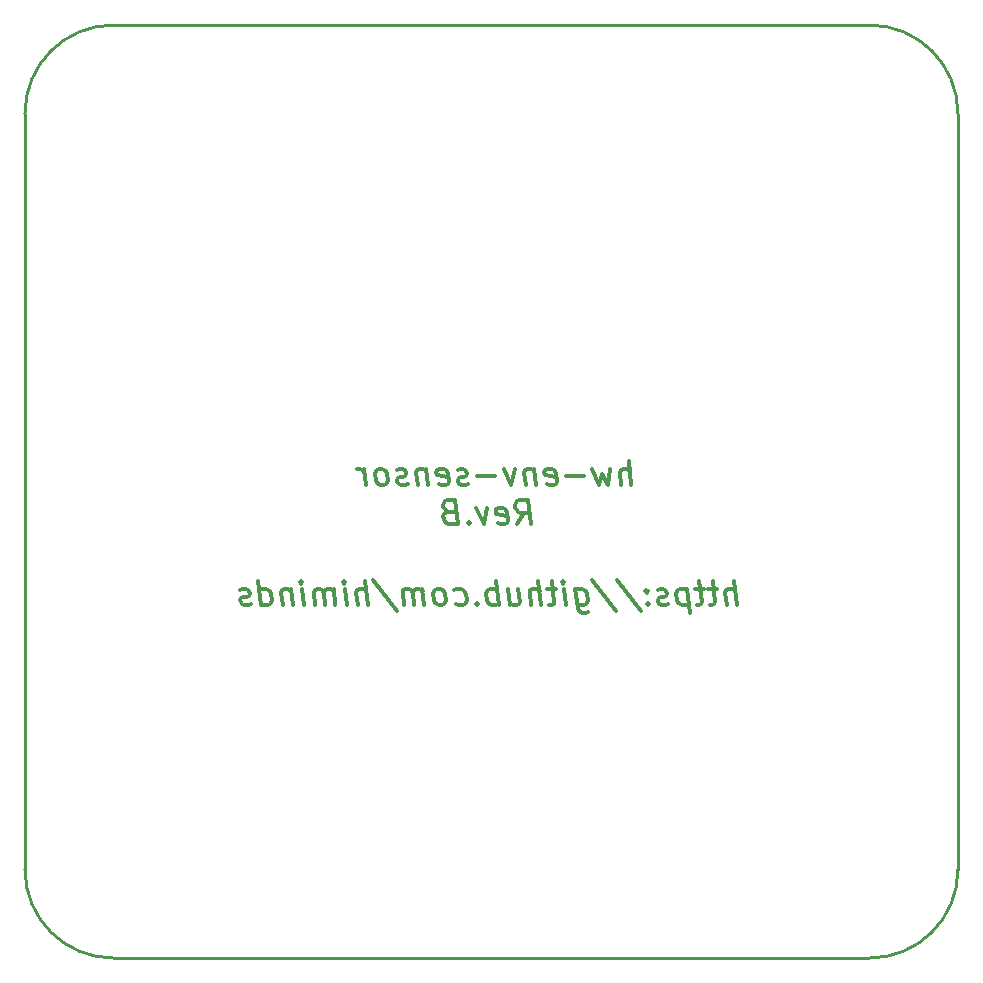
<source format=gbr>
G04 #@! TF.GenerationSoftware,KiCad,Pcbnew,5.1.6-c6e7f7d~87~ubuntu18.04.1*
G04 #@! TF.CreationDate,2020-07-31T19:21:43+02:00*
G04 #@! TF.ProjectId,hm-env-sensor,686d2d65-6e76-42d7-9365-6e736f722e6b,A1*
G04 #@! TF.SameCoordinates,Original*
G04 #@! TF.FileFunction,Legend,Bot*
G04 #@! TF.FilePolarity,Positive*
%FSLAX46Y46*%
G04 Gerber Fmt 4.6, Leading zero omitted, Abs format (unit mm)*
G04 Created by KiCad (PCBNEW 5.1.6-c6e7f7d~87~ubuntu18.04.1) date 2020-07-31 19:21:43*
%MOMM*%
%LPD*%
G01*
G04 APERTURE LIST*
%ADD10C,0.300000*%
G04 #@! TA.AperFunction,Profile*
%ADD11C,0.254000*%
G04 #@! TD*
G04 APERTURE END LIST*
D10*
X141755827Y-103140761D02*
X141505827Y-101140761D01*
X140898684Y-103140761D02*
X140767732Y-102093142D01*
X140839160Y-101902666D01*
X141017732Y-101807428D01*
X141303446Y-101807428D01*
X141505827Y-101902666D01*
X141612970Y-101997904D01*
X139970113Y-101807428D02*
X139755827Y-103140761D01*
X139255827Y-102188380D01*
X138993922Y-103140761D01*
X138446303Y-101807428D01*
X137755827Y-102378857D02*
X136232017Y-102378857D01*
X134601065Y-103045523D02*
X134803446Y-103140761D01*
X135184398Y-103140761D01*
X135362970Y-103045523D01*
X135434398Y-102855047D01*
X135339160Y-102093142D01*
X135220113Y-101902666D01*
X135017732Y-101807428D01*
X134636779Y-101807428D01*
X134458208Y-101902666D01*
X134386779Y-102093142D01*
X134410589Y-102283619D01*
X135386779Y-102474095D01*
X133493922Y-101807428D02*
X133660589Y-103140761D01*
X133517732Y-101997904D02*
X133410589Y-101902666D01*
X133208208Y-101807428D01*
X132922494Y-101807428D01*
X132743922Y-101902666D01*
X132672494Y-102093142D01*
X132803446Y-103140761D01*
X131874875Y-101807428D02*
X131565351Y-103140761D01*
X130922494Y-101807428D01*
X130232017Y-102378857D02*
X128708208Y-102378857D01*
X127934398Y-103045523D02*
X127755827Y-103140761D01*
X127374875Y-103140761D01*
X127172494Y-103045523D01*
X127053446Y-102855047D01*
X127041541Y-102759809D01*
X127112970Y-102569333D01*
X127291541Y-102474095D01*
X127577255Y-102474095D01*
X127755827Y-102378857D01*
X127827255Y-102188380D01*
X127815351Y-102093142D01*
X127696303Y-101902666D01*
X127493922Y-101807428D01*
X127208208Y-101807428D01*
X127029636Y-101902666D01*
X125458208Y-103045523D02*
X125660589Y-103140761D01*
X126041541Y-103140761D01*
X126220113Y-103045523D01*
X126291541Y-102855047D01*
X126196303Y-102093142D01*
X126077255Y-101902666D01*
X125874875Y-101807428D01*
X125493922Y-101807428D01*
X125315351Y-101902666D01*
X125243922Y-102093142D01*
X125267732Y-102283619D01*
X126243922Y-102474095D01*
X124351065Y-101807428D02*
X124517732Y-103140761D01*
X124374875Y-101997904D02*
X124267732Y-101902666D01*
X124065351Y-101807428D01*
X123779636Y-101807428D01*
X123601065Y-101902666D01*
X123529636Y-102093142D01*
X123660589Y-103140761D01*
X122791541Y-103045523D02*
X122612970Y-103140761D01*
X122232017Y-103140761D01*
X122029636Y-103045523D01*
X121910589Y-102855047D01*
X121898684Y-102759809D01*
X121970113Y-102569333D01*
X122148684Y-102474095D01*
X122434398Y-102474095D01*
X122612970Y-102378857D01*
X122684398Y-102188380D01*
X122672494Y-102093142D01*
X122553446Y-101902666D01*
X122351065Y-101807428D01*
X122065351Y-101807428D01*
X121886779Y-101902666D01*
X120803446Y-103140761D02*
X120982017Y-103045523D01*
X121065351Y-102950285D01*
X121136779Y-102759809D01*
X121065351Y-102188380D01*
X120946303Y-101997904D01*
X120839160Y-101902666D01*
X120636779Y-101807428D01*
X120351065Y-101807428D01*
X120172494Y-101902666D01*
X120089160Y-101997904D01*
X120017732Y-102188380D01*
X120089160Y-102759809D01*
X120208208Y-102950285D01*
X120315351Y-103045523D01*
X120517732Y-103140761D01*
X120803446Y-103140761D01*
X119279636Y-103140761D02*
X119112970Y-101807428D01*
X119160589Y-102188380D02*
X119041541Y-101997904D01*
X118934398Y-101902666D01*
X118732017Y-101807428D01*
X118541541Y-101807428D01*
X132089160Y-106440761D02*
X132636779Y-105488380D01*
X133232017Y-106440761D02*
X132982017Y-104440761D01*
X132220113Y-104440761D01*
X132041541Y-104536000D01*
X131958208Y-104631238D01*
X131886779Y-104821714D01*
X131922494Y-105107428D01*
X132041541Y-105297904D01*
X132148684Y-105393142D01*
X132351065Y-105488380D01*
X133112970Y-105488380D01*
X130458208Y-106345523D02*
X130660589Y-106440761D01*
X131041541Y-106440761D01*
X131220113Y-106345523D01*
X131291541Y-106155047D01*
X131196303Y-105393142D01*
X131077255Y-105202666D01*
X130874875Y-105107428D01*
X130493922Y-105107428D01*
X130315351Y-105202666D01*
X130243922Y-105393142D01*
X130267732Y-105583619D01*
X131243922Y-105774095D01*
X129541541Y-105107428D02*
X129232017Y-106440761D01*
X128589160Y-105107428D01*
X127970113Y-106250285D02*
X127886779Y-106345523D01*
X127993922Y-106440761D01*
X128077255Y-106345523D01*
X127970113Y-106250285D01*
X127993922Y-106440761D01*
X126243922Y-105393142D02*
X125970113Y-105488380D01*
X125886779Y-105583619D01*
X125815351Y-105774095D01*
X125851065Y-106059809D01*
X125970113Y-106250285D01*
X126077255Y-106345523D01*
X126279636Y-106440761D01*
X127041541Y-106440761D01*
X126791541Y-104440761D01*
X126124875Y-104440761D01*
X125946303Y-104536000D01*
X125862970Y-104631238D01*
X125791541Y-104821714D01*
X125815351Y-105012190D01*
X125934398Y-105202666D01*
X126041541Y-105297904D01*
X126243922Y-105393142D01*
X126910589Y-105393142D01*
X150692351Y-113299761D02*
X150442351Y-111299761D01*
X149835208Y-113299761D02*
X149704255Y-112252142D01*
X149775684Y-112061666D01*
X149954255Y-111966428D01*
X150239970Y-111966428D01*
X150442351Y-112061666D01*
X150549494Y-112156904D01*
X149001875Y-111966428D02*
X148239970Y-111966428D01*
X148632827Y-111299761D02*
X148847113Y-113014047D01*
X148775684Y-113204523D01*
X148597113Y-113299761D01*
X148406636Y-113299761D01*
X147859017Y-111966428D02*
X147097113Y-111966428D01*
X147489970Y-111299761D02*
X147704255Y-113014047D01*
X147632827Y-113204523D01*
X147454255Y-113299761D01*
X147263779Y-113299761D01*
X146430446Y-111966428D02*
X146680446Y-113966428D01*
X146442351Y-112061666D02*
X146239970Y-111966428D01*
X145859017Y-111966428D01*
X145680446Y-112061666D01*
X145597113Y-112156904D01*
X145525684Y-112347380D01*
X145597113Y-112918809D01*
X145716160Y-113109285D01*
X145823303Y-113204523D01*
X146025684Y-113299761D01*
X146406636Y-113299761D01*
X146585208Y-113204523D01*
X144870922Y-113204523D02*
X144692351Y-113299761D01*
X144311398Y-113299761D01*
X144109017Y-113204523D01*
X143989970Y-113014047D01*
X143978065Y-112918809D01*
X144049494Y-112728333D01*
X144228065Y-112633095D01*
X144513779Y-112633095D01*
X144692351Y-112537857D01*
X144763779Y-112347380D01*
X144751875Y-112252142D01*
X144632827Y-112061666D01*
X144430446Y-111966428D01*
X144144732Y-111966428D01*
X143966160Y-112061666D01*
X143144732Y-113109285D02*
X143061398Y-113204523D01*
X143168541Y-113299761D01*
X143251875Y-113204523D01*
X143144732Y-113109285D01*
X143168541Y-113299761D01*
X143013779Y-112061666D02*
X142930446Y-112156904D01*
X143037589Y-112252142D01*
X143120922Y-112156904D01*
X143013779Y-112061666D01*
X143037589Y-112252142D01*
X140525684Y-111204523D02*
X142561398Y-113775952D01*
X138430446Y-111204523D02*
X140466160Y-113775952D01*
X137001875Y-111966428D02*
X137204255Y-113585476D01*
X137323303Y-113775952D01*
X137430446Y-113871190D01*
X137632827Y-113966428D01*
X137918541Y-113966428D01*
X138097113Y-113871190D01*
X137156636Y-113204523D02*
X137359017Y-113299761D01*
X137739970Y-113299761D01*
X137918541Y-113204523D01*
X138001875Y-113109285D01*
X138073303Y-112918809D01*
X138001875Y-112347380D01*
X137882827Y-112156904D01*
X137775684Y-112061666D01*
X137573303Y-111966428D01*
X137192351Y-111966428D01*
X137013779Y-112061666D01*
X136216160Y-113299761D02*
X136049494Y-111966428D01*
X135966160Y-111299761D02*
X136073303Y-111395000D01*
X135989970Y-111490238D01*
X135882827Y-111395000D01*
X135966160Y-111299761D01*
X135989970Y-111490238D01*
X135382827Y-111966428D02*
X134620922Y-111966428D01*
X135013779Y-111299761D02*
X135228065Y-113014047D01*
X135156636Y-113204523D01*
X134978065Y-113299761D01*
X134787589Y-113299761D01*
X134120922Y-113299761D02*
X133870922Y-111299761D01*
X133263779Y-113299761D02*
X133132827Y-112252142D01*
X133204255Y-112061666D01*
X133382827Y-111966428D01*
X133668541Y-111966428D01*
X133870922Y-112061666D01*
X133978065Y-112156904D01*
X131287589Y-111966428D02*
X131454255Y-113299761D01*
X132144732Y-111966428D02*
X132275684Y-113014047D01*
X132204255Y-113204523D01*
X132025684Y-113299761D01*
X131739970Y-113299761D01*
X131537589Y-113204523D01*
X131430446Y-113109285D01*
X130501875Y-113299761D02*
X130251875Y-111299761D01*
X130347113Y-112061666D02*
X130144732Y-111966428D01*
X129763779Y-111966428D01*
X129585208Y-112061666D01*
X129501875Y-112156904D01*
X129430446Y-112347380D01*
X129501875Y-112918809D01*
X129620922Y-113109285D01*
X129728065Y-113204523D01*
X129930446Y-113299761D01*
X130311398Y-113299761D01*
X130489970Y-113204523D01*
X128668541Y-113109285D02*
X128585208Y-113204523D01*
X128692351Y-113299761D01*
X128775684Y-113204523D01*
X128668541Y-113109285D01*
X128692351Y-113299761D01*
X126870922Y-113204523D02*
X127073303Y-113299761D01*
X127454255Y-113299761D01*
X127632827Y-113204523D01*
X127716160Y-113109285D01*
X127787589Y-112918809D01*
X127716160Y-112347380D01*
X127597113Y-112156904D01*
X127489970Y-112061666D01*
X127287589Y-111966428D01*
X126906636Y-111966428D01*
X126728065Y-112061666D01*
X125739970Y-113299761D02*
X125918541Y-113204523D01*
X126001875Y-113109285D01*
X126073303Y-112918809D01*
X126001875Y-112347380D01*
X125882827Y-112156904D01*
X125775684Y-112061666D01*
X125573303Y-111966428D01*
X125287589Y-111966428D01*
X125109017Y-112061666D01*
X125025684Y-112156904D01*
X124954255Y-112347380D01*
X125025684Y-112918809D01*
X125144732Y-113109285D01*
X125251875Y-113204523D01*
X125454255Y-113299761D01*
X125739970Y-113299761D01*
X124216160Y-113299761D02*
X124049494Y-111966428D01*
X124073303Y-112156904D02*
X123966160Y-112061666D01*
X123763779Y-111966428D01*
X123478065Y-111966428D01*
X123299494Y-112061666D01*
X123228065Y-112252142D01*
X123359017Y-113299761D01*
X123228065Y-112252142D02*
X123109017Y-112061666D01*
X122906636Y-111966428D01*
X122620922Y-111966428D01*
X122442351Y-112061666D01*
X122370922Y-112252142D01*
X122501875Y-113299761D01*
X119859017Y-111204523D02*
X121894732Y-113775952D01*
X119454255Y-113299761D02*
X119204255Y-111299761D01*
X118597113Y-113299761D02*
X118466160Y-112252142D01*
X118537589Y-112061666D01*
X118716160Y-111966428D01*
X119001875Y-111966428D01*
X119204255Y-112061666D01*
X119311398Y-112156904D01*
X117644732Y-113299761D02*
X117478065Y-111966428D01*
X117394732Y-111299761D02*
X117501875Y-111395000D01*
X117418541Y-111490238D01*
X117311398Y-111395000D01*
X117394732Y-111299761D01*
X117418541Y-111490238D01*
X116692351Y-113299761D02*
X116525684Y-111966428D01*
X116549494Y-112156904D02*
X116442351Y-112061666D01*
X116239970Y-111966428D01*
X115954255Y-111966428D01*
X115775684Y-112061666D01*
X115704255Y-112252142D01*
X115835208Y-113299761D01*
X115704255Y-112252142D02*
X115585208Y-112061666D01*
X115382827Y-111966428D01*
X115097113Y-111966428D01*
X114918541Y-112061666D01*
X114847113Y-112252142D01*
X114978065Y-113299761D01*
X114025684Y-113299761D02*
X113859017Y-111966428D01*
X113775684Y-111299761D02*
X113882827Y-111395000D01*
X113799494Y-111490238D01*
X113692351Y-111395000D01*
X113775684Y-111299761D01*
X113799494Y-111490238D01*
X112906636Y-111966428D02*
X113073303Y-113299761D01*
X112930446Y-112156904D02*
X112823303Y-112061666D01*
X112620922Y-111966428D01*
X112335208Y-111966428D01*
X112156636Y-112061666D01*
X112085208Y-112252142D01*
X112216160Y-113299761D01*
X110406636Y-113299761D02*
X110156636Y-111299761D01*
X110394732Y-113204523D02*
X110597113Y-113299761D01*
X110978065Y-113299761D01*
X111156636Y-113204523D01*
X111239970Y-113109285D01*
X111311398Y-112918809D01*
X111239970Y-112347380D01*
X111120922Y-112156904D01*
X111013779Y-112061666D01*
X110811398Y-111966428D01*
X110430446Y-111966428D01*
X110251875Y-112061666D01*
X109537589Y-113204523D02*
X109359017Y-113299761D01*
X108978065Y-113299761D01*
X108775684Y-113204523D01*
X108656636Y-113014047D01*
X108644732Y-112918809D01*
X108716160Y-112728333D01*
X108894732Y-112633095D01*
X109180446Y-112633095D01*
X109359017Y-112537857D01*
X109430446Y-112347380D01*
X109418541Y-112252142D01*
X109299494Y-112061666D01*
X109097113Y-111966428D01*
X108811398Y-111966428D01*
X108632827Y-112061666D01*
D11*
X169398000Y-135704200D02*
X169398000Y-71704200D01*
X90398000Y-71704200D02*
X90398000Y-135704200D01*
X161898000Y-64204200D02*
X97898000Y-64204200D01*
X161898000Y-64204200D02*
G75*
G02*
X169398000Y-71704200I0J-7500000D01*
G01*
X169398000Y-135704200D02*
G75*
G02*
X161898000Y-143204200I-7500000J0D01*
G01*
X161898000Y-143204200D02*
X97898000Y-143204200D01*
X90398000Y-71704200D02*
G75*
G02*
X97898000Y-64204200I7500000J0D01*
G01*
X97898000Y-143204200D02*
G75*
G02*
X90398000Y-135704200I0J7500000D01*
G01*
M02*

</source>
